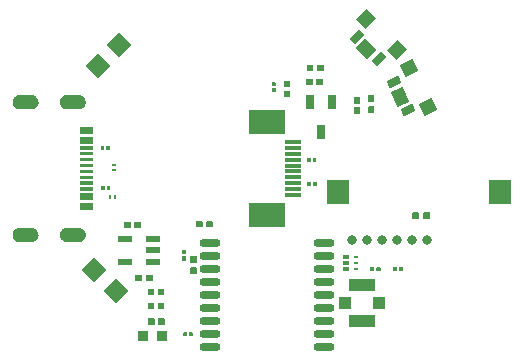
<source format=gbp>
G04 Layer: BottomPasteMaskLayer*
G04 Panelize: , Column: 1, Row: 1, Board Size: 43.14mm x 33.02mm, Panelized Board Size: 43.14mm x 33.02mm*
G04 EasyEDA v6.5.51, 2025-10-17 13:11:11*
G04 f2673ee1f0d542a68775028af259726c,9a4ed40c0dd746429eaf55b84663d2fb,10*
G04 Gerber Generator version 0.2*
G04 Scale: 100 percent, Rotated: No, Reflected: No *
G04 Dimensions in millimeters *
G04 leading zeros omitted , absolute positions ,4 integer and 5 decimal *
%FSLAX45Y45*%
%MOMM*%

%AMMACRO1*21,1,$1,$2,0,0,$3*%
%ADD10MACRO1,1.524X1.524X-44.9993*%
%ADD11MACRO1,1.524X1.524X-45.0007*%
%ADD12MACRO1,1.524X1.524X-134.9993*%
%ADD13MACRO1,1.524X1.524X-135.0007*%
%ADD14MACRO1,2X1.8X-90.0000*%
%ADD15MACRO1,0.7X1.25X0.0000*%
%ADD16MACRO1,0.27X0.25X0.0000*%
%ADD17MACRO1,0.27X0.25X90.0000*%
%ADD18C,0.0166*%
%ADD19MACRO1,0.8X0.8X90.0000*%
%ADD20MACRO1,0.49X1.157X-90.0000*%
%ADD21MACRO1,0.49X1.175X-90.0000*%
%ADD22MACRO1,0.3X1.3X90.0000*%
%ADD23MACRO1,2X3X90.0000*%
%ADD24O,1.772996X0.699999*%
%ADD25MACRO1,2.2X1.1X0.0000*%
%ADD26MACRO1,1.05X1X-90.0000*%
%ADD27R,0.4250X0.2800*%
%ADD28MACRO1,0.425X0.28X0.0000*%
%ADD29MACRO1,0.7X1.1X134.9985*%
%ADD30MACRO1,0.7X1.1X135.0015*%
%ADD31MACRO1,1.4X1.1X135.0000*%
%ADD32MACRO1,1.15X1.2X135.0009*%
%ADD33MACRO1,0.7X1.1X116.0007*%
%ADD34MACRO1,1.4X1.1X115.9997*%
%ADD35MACRO1,1.15X1.2X115.9997*%
%ADD36C,0.8000*%

%LPD*%
G36*
X-1099870Y583946D02*
G01*
X-1099870Y553974D01*
X-989888Y553974D01*
X-989888Y583946D01*
G37*
G36*
X-1099870Y633984D02*
G01*
X-1099870Y603758D01*
X-989888Y603758D01*
X-989888Y633984D01*
G37*
G36*
X-1099870Y683768D02*
G01*
X-1099870Y653796D01*
X-989888Y653796D01*
X-989888Y683768D01*
G37*
G36*
X-1099870Y733806D02*
G01*
X-1099870Y703834D01*
X-989888Y703834D01*
X-989888Y733806D01*
G37*
G36*
X-1099870Y783844D02*
G01*
X-1099870Y753872D01*
X-989888Y753872D01*
X-989888Y783844D01*
G37*
G36*
X-1099870Y833882D02*
G01*
X-1099870Y803910D01*
X-989888Y803910D01*
X-989888Y833882D01*
G37*
G36*
X-1099870Y883919D02*
G01*
X-1099870Y853948D01*
X-989888Y853948D01*
X-989888Y883919D01*
G37*
G36*
X-1099870Y933958D02*
G01*
X-1099870Y903986D01*
X-989888Y903986D01*
X-989888Y933958D01*
G37*
G36*
X-1100023Y454253D02*
G01*
X-1100023Y394004D01*
X-989736Y394004D01*
X-989736Y454253D01*
G37*
G36*
X-1100023Y534263D02*
G01*
X-1100023Y474014D01*
X-989736Y474014D01*
X-989736Y534263D01*
G37*
G36*
X-1100023Y1014171D02*
G01*
X-1100023Y953973D01*
X-989736Y953973D01*
X-989736Y1014171D01*
G37*
G36*
X-1100023Y1094079D02*
G01*
X-1100023Y1033830D01*
X-989736Y1033830D01*
X-989736Y1094079D01*
G37*
G36*
X-1610461Y1365859D02*
G01*
X-1617522Y1365453D01*
X-1621078Y1364945D01*
X-1627987Y1363268D01*
X-1631340Y1362151D01*
X-1637842Y1359255D01*
X-1643989Y1355648D01*
X-1649628Y1351330D01*
X-1654708Y1346403D01*
X-1659178Y1340866D01*
X-1662988Y1334871D01*
X-1666036Y1328420D01*
X-1667306Y1325118D01*
X-1669135Y1318260D01*
X-1669796Y1314754D01*
X-1670405Y1307642D01*
X-1670202Y1300530D01*
X-1669135Y1293520D01*
X-1667306Y1286662D01*
X-1664614Y1280058D01*
X-1661160Y1273860D01*
X-1657045Y1268069D01*
X-1652219Y1262837D01*
X-1646834Y1258214D01*
X-1640941Y1254201D01*
X-1634642Y1250950D01*
X-1627987Y1248511D01*
X-1621078Y1246835D01*
X-1614017Y1245971D01*
X-1506880Y1245971D01*
X-1499819Y1246835D01*
X-1492910Y1248511D01*
X-1486255Y1250950D01*
X-1479956Y1254201D01*
X-1474063Y1258214D01*
X-1468678Y1262837D01*
X-1463852Y1268069D01*
X-1459687Y1273860D01*
X-1456283Y1280058D01*
X-1453591Y1286662D01*
X-1451711Y1293520D01*
X-1450695Y1300530D01*
X-1450492Y1307642D01*
X-1451102Y1314754D01*
X-1451711Y1318260D01*
X-1453591Y1325118D01*
X-1456283Y1331671D01*
X-1459687Y1337919D01*
X-1463852Y1343710D01*
X-1468678Y1348943D01*
X-1474063Y1353566D01*
X-1476908Y1355648D01*
X-1483055Y1359255D01*
X-1489557Y1362151D01*
X-1496364Y1364183D01*
X-1499819Y1364945D01*
X-1506880Y1365758D01*
G37*
G36*
X-1210462Y1365859D02*
G01*
X-1217523Y1365453D01*
X-1221079Y1364945D01*
X-1227988Y1363268D01*
X-1231341Y1362151D01*
X-1237843Y1359255D01*
X-1243990Y1355648D01*
X-1249629Y1351330D01*
X-1254709Y1346403D01*
X-1259179Y1340866D01*
X-1262989Y1334871D01*
X-1266037Y1328420D01*
X-1267307Y1325118D01*
X-1269136Y1318260D01*
X-1269796Y1314754D01*
X-1270406Y1307642D01*
X-1270203Y1300530D01*
X-1269136Y1293520D01*
X-1267307Y1286662D01*
X-1264615Y1280058D01*
X-1261160Y1273860D01*
X-1257046Y1268069D01*
X-1252220Y1262837D01*
X-1246835Y1258214D01*
X-1240942Y1254201D01*
X-1234643Y1250950D01*
X-1227988Y1248511D01*
X-1221079Y1246835D01*
X-1214018Y1245971D01*
X-1106881Y1245971D01*
X-1099820Y1246835D01*
X-1092911Y1248511D01*
X-1086256Y1250950D01*
X-1079957Y1254201D01*
X-1074064Y1258214D01*
X-1068679Y1262837D01*
X-1063853Y1268069D01*
X-1059688Y1273860D01*
X-1056284Y1280058D01*
X-1053592Y1286662D01*
X-1051712Y1293520D01*
X-1050696Y1300530D01*
X-1050493Y1307642D01*
X-1051102Y1314754D01*
X-1051712Y1318260D01*
X-1053592Y1325118D01*
X-1056284Y1331671D01*
X-1059688Y1337919D01*
X-1063853Y1343710D01*
X-1068679Y1348943D01*
X-1074064Y1353566D01*
X-1076909Y1355648D01*
X-1083056Y1359255D01*
X-1089558Y1362151D01*
X-1096365Y1364183D01*
X-1099820Y1364945D01*
X-1106881Y1365758D01*
G37*
G36*
X-1610461Y241909D02*
G01*
X-1617522Y241503D01*
X-1624533Y240233D01*
X-1631340Y238150D01*
X-1637842Y235305D01*
X-1643989Y231648D01*
X-1649628Y227380D01*
X-1654708Y222402D01*
X-1659178Y216865D01*
X-1662988Y210870D01*
X-1666036Y204470D01*
X-1667306Y201117D01*
X-1669135Y194259D01*
X-1670202Y187248D01*
X-1670405Y180136D01*
X-1669796Y173024D01*
X-1668322Y166116D01*
X-1667306Y162712D01*
X-1664614Y156108D01*
X-1661160Y149860D01*
X-1657045Y144119D01*
X-1652219Y138836D01*
X-1646834Y134213D01*
X-1643989Y132130D01*
X-1637842Y128524D01*
X-1631340Y125679D01*
X-1627987Y124510D01*
X-1621078Y122834D01*
X-1614017Y122021D01*
X-1510436Y121920D01*
X-1503375Y122326D01*
X-1499819Y122834D01*
X-1492910Y124510D01*
X-1486255Y127000D01*
X-1479956Y130251D01*
X-1476908Y132130D01*
X-1471269Y136448D01*
X-1466189Y141427D01*
X-1461719Y146913D01*
X-1459687Y149860D01*
X-1456283Y156108D01*
X-1453591Y162712D01*
X-1451711Y169570D01*
X-1450695Y176580D01*
X-1450492Y183692D01*
X-1451102Y190754D01*
X-1451711Y194259D01*
X-1453591Y201117D01*
X-1456283Y207721D01*
X-1459687Y213918D01*
X-1463852Y219710D01*
X-1468678Y224942D01*
X-1471269Y227380D01*
X-1476908Y231648D01*
X-1483055Y235305D01*
X-1489557Y238150D01*
X-1496364Y240233D01*
X-1503375Y241503D01*
X-1510436Y241909D01*
G37*
G36*
X-1210462Y241909D02*
G01*
X-1217523Y241503D01*
X-1224534Y240233D01*
X-1231341Y238150D01*
X-1237843Y235305D01*
X-1243990Y231648D01*
X-1249629Y227380D01*
X-1254709Y222402D01*
X-1259179Y216865D01*
X-1262989Y210870D01*
X-1266037Y204470D01*
X-1267307Y201117D01*
X-1269136Y194259D01*
X-1270203Y187248D01*
X-1270406Y180136D01*
X-1269796Y173024D01*
X-1268323Y166116D01*
X-1267307Y162712D01*
X-1264615Y156108D01*
X-1261160Y149860D01*
X-1257046Y144119D01*
X-1252220Y138836D01*
X-1246835Y134213D01*
X-1243990Y132130D01*
X-1237843Y128524D01*
X-1231341Y125679D01*
X-1227988Y124510D01*
X-1221079Y122834D01*
X-1214018Y122021D01*
X-1110437Y121920D01*
X-1103376Y122326D01*
X-1099820Y122834D01*
X-1092911Y124510D01*
X-1086256Y127000D01*
X-1079957Y130251D01*
X-1076909Y132130D01*
X-1071270Y136448D01*
X-1066190Y141427D01*
X-1061720Y146913D01*
X-1059688Y149860D01*
X-1056284Y156108D01*
X-1053592Y162712D01*
X-1051712Y169570D01*
X-1050696Y176580D01*
X-1050493Y183692D01*
X-1051102Y190754D01*
X-1051712Y194259D01*
X-1053592Y201117D01*
X-1056284Y207721D01*
X-1059688Y213918D01*
X-1063853Y219710D01*
X-1068679Y224942D01*
X-1071270Y227380D01*
X-1076909Y231648D01*
X-1083056Y235305D01*
X-1089558Y238150D01*
X-1096365Y240233D01*
X-1103376Y241503D01*
X-1110437Y241909D01*
G37*
G36*
X-438810Y-274777D02*
G01*
X-442772Y-278790D01*
X-442772Y-324815D01*
X-438810Y-328777D01*
X-388721Y-328777D01*
X-384708Y-324815D01*
X-384708Y-278790D01*
X-388721Y-274777D01*
G37*
G36*
X-523849Y-274777D02*
G01*
X-527862Y-278790D01*
X-527862Y-324815D01*
X-523849Y-328777D01*
X-473811Y-328777D01*
X-469798Y-324815D01*
X-469798Y-278790D01*
X-473811Y-274777D01*
G37*
G36*
X-523544Y-392379D02*
G01*
X-527558Y-396392D01*
X-527558Y-442417D01*
X-523544Y-446379D01*
X-473506Y-446379D01*
X-469493Y-442417D01*
X-469493Y-396392D01*
X-473506Y-392379D01*
G37*
G36*
X-438505Y-392379D02*
G01*
X-442518Y-396392D01*
X-442518Y-442417D01*
X-438505Y-446379D01*
X-388416Y-446379D01*
X-384454Y-442417D01*
X-384454Y-396392D01*
X-388416Y-392379D01*
G37*
G36*
X875385Y629716D02*
G01*
X872998Y627278D01*
X872998Y599694D01*
X875385Y597306D01*
X901801Y597306D01*
X904189Y599694D01*
X904189Y627278D01*
X901801Y629716D01*
G37*
G36*
X827989Y629716D02*
G01*
X825601Y627278D01*
X825601Y599694D01*
X827989Y597306D01*
X854405Y597306D01*
X856792Y599694D01*
X856792Y627278D01*
X854405Y629716D01*
G37*
G36*
X528015Y1472996D02*
G01*
X525576Y1470609D01*
X525576Y1444193D01*
X528015Y1441805D01*
X555599Y1441805D01*
X557987Y1444193D01*
X557987Y1470609D01*
X555599Y1472996D01*
G37*
G36*
X528015Y1425600D02*
G01*
X525576Y1423212D01*
X525576Y1396796D01*
X528015Y1394409D01*
X555599Y1394409D01*
X557987Y1396796D01*
X557987Y1423212D01*
X555599Y1425600D01*
G37*
G36*
X872083Y834593D02*
G01*
X869696Y832205D01*
X869696Y804621D01*
X872083Y802182D01*
X898499Y802182D01*
X900887Y804621D01*
X900887Y832205D01*
X898499Y834593D01*
G37*
G36*
X824687Y834593D02*
G01*
X822299Y832205D01*
X822299Y804621D01*
X824687Y802182D01*
X851103Y802182D01*
X853490Y804621D01*
X853490Y832205D01*
X851103Y834593D01*
G37*
G36*
X-919226Y597712D02*
G01*
X-921613Y595274D01*
X-921613Y567690D01*
X-919226Y565302D01*
X-892810Y565302D01*
X-890422Y567690D01*
X-890422Y595274D01*
X-892810Y597712D01*
G37*
G36*
X-871829Y597712D02*
G01*
X-874217Y595274D01*
X-874217Y567690D01*
X-871829Y565302D01*
X-845413Y565302D01*
X-843026Y567690D01*
X-843026Y595274D01*
X-845413Y597712D01*
G37*
G36*
X-875385Y932484D02*
G01*
X-877773Y930097D01*
X-877773Y902462D01*
X-875385Y900074D01*
X-848969Y900074D01*
X-846582Y902462D01*
X-846582Y930097D01*
X-848969Y932484D01*
G37*
G36*
X-922782Y932484D02*
G01*
X-925169Y930097D01*
X-925169Y902462D01*
X-922782Y900074D01*
X-896366Y900074D01*
X-893978Y902462D01*
X-893978Y930097D01*
X-896366Y932484D01*
G37*
G36*
X1410817Y-92252D02*
G01*
X1408379Y-94640D01*
X1408379Y-122275D01*
X1410817Y-124663D01*
X1443736Y-124663D01*
X1446123Y-122275D01*
X1446123Y-94640D01*
X1443736Y-92252D01*
G37*
G36*
X1356868Y-92252D02*
G01*
X1354480Y-94640D01*
X1354480Y-122275D01*
X1356868Y-124663D01*
X1389786Y-124663D01*
X1392224Y-122275D01*
X1392224Y-94640D01*
X1389786Y-92252D01*
G37*
G36*
X822960Y1623009D02*
G01*
X818946Y1618996D01*
X818946Y1573022D01*
X822960Y1569008D01*
X873048Y1569008D01*
X877011Y1573022D01*
X877011Y1618996D01*
X873048Y1623009D01*
G37*
G36*
X908050Y1623009D02*
G01*
X904036Y1618996D01*
X904036Y1573022D01*
X908050Y1569008D01*
X958087Y1569008D01*
X962101Y1573022D01*
X962101Y1618996D01*
X958087Y1623009D01*
G37*
G36*
X1716786Y375208D02*
G01*
X1711807Y370179D01*
X1711807Y325170D01*
X1716786Y320192D01*
X1764792Y320192D01*
X1771802Y325170D01*
X1771802Y370179D01*
X1764792Y375208D01*
G37*
G36*
X1814779Y375208D02*
G01*
X1807768Y370179D01*
X1807768Y325170D01*
X1814779Y320192D01*
X1862785Y320192D01*
X1867814Y325170D01*
X1867814Y370179D01*
X1862785Y375208D01*
G37*
G36*
X-160782Y-89408D02*
G01*
X-165811Y-96418D01*
X-165811Y-144424D01*
X-160782Y-149402D01*
X-115824Y-149402D01*
X-110794Y-144424D01*
X-110794Y-96418D01*
X-115824Y-89408D01*
G37*
G36*
X-160782Y6604D02*
G01*
X-165811Y1574D01*
X-165811Y-46380D01*
X-160782Y-53390D01*
X-115824Y-53390D01*
X-110794Y-46380D01*
X-110794Y1574D01*
X-115824Y6604D01*
G37*
G36*
X1603349Y-94284D02*
G01*
X1600911Y-96672D01*
X1600911Y-124307D01*
X1603349Y-126695D01*
X1636268Y-126695D01*
X1638655Y-124307D01*
X1638655Y-96672D01*
X1636268Y-94284D01*
G37*
G36*
X1549400Y-94284D02*
G01*
X1547012Y-96672D01*
X1547012Y-124307D01*
X1549400Y-126695D01*
X1582318Y-126695D01*
X1584756Y-124307D01*
X1584756Y-96672D01*
X1582318Y-94284D01*
G37*
G36*
X-630682Y-154584D02*
G01*
X-635711Y-159613D01*
X-635711Y-204622D01*
X-630682Y-209600D01*
X-582676Y-209600D01*
X-575716Y-204622D01*
X-575716Y-159613D01*
X-582676Y-154584D01*
G37*
G36*
X-532688Y-154584D02*
G01*
X-539699Y-159613D01*
X-539699Y-204622D01*
X-532688Y-209600D01*
X-484682Y-209600D01*
X-479704Y-204622D01*
X-479704Y-159613D01*
X-484682Y-154584D01*
G37*
G36*
X-174142Y-642416D02*
G01*
X-176580Y-644804D01*
X-176580Y-672439D01*
X-174142Y-674827D01*
X-147726Y-674827D01*
X-145338Y-672439D01*
X-145338Y-644804D01*
X-147726Y-642416D01*
G37*
G36*
X-221589Y-642416D02*
G01*
X-223977Y-644804D01*
X-223977Y-672439D01*
X-221589Y-674827D01*
X-195173Y-674827D01*
X-192735Y-672439D01*
X-192735Y-644804D01*
X-195173Y-642416D01*
G37*
G36*
X-233425Y914D02*
G01*
X-235813Y-1524D01*
X-235813Y-34442D01*
X-233425Y-36830D01*
X-205790Y-36830D01*
X-203403Y-34442D01*
X-203403Y-1524D01*
X-205790Y914D01*
G37*
G36*
X-233425Y54864D02*
G01*
X-235813Y52425D01*
X-235813Y19507D01*
X-233425Y17119D01*
X-205790Y17119D01*
X-203403Y19507D01*
X-203403Y52425D01*
X-205790Y54864D01*
G37*
G36*
X-28194Y298754D02*
G01*
X-32207Y294792D01*
X-32207Y248767D01*
X-28194Y244805D01*
X21844Y244805D01*
X25857Y248767D01*
X25857Y294792D01*
X21844Y298754D01*
G37*
G36*
X-113283Y298754D02*
G01*
X-117297Y294792D01*
X-117297Y248767D01*
X-113283Y244805D01*
X-63195Y244805D01*
X-59232Y248767D01*
X-59232Y294792D01*
X-63195Y298754D01*
G37*
G36*
X629818Y1488135D02*
G01*
X625805Y1484172D01*
X625805Y1434084D01*
X629818Y1430070D01*
X675792Y1430070D01*
X679805Y1434084D01*
X679805Y1484172D01*
X675792Y1488135D01*
G37*
G36*
X629818Y1403096D02*
G01*
X625805Y1399082D01*
X625805Y1349044D01*
X629818Y1345031D01*
X675792Y1345031D01*
X679805Y1349044D01*
X679805Y1399082D01*
X675792Y1403096D01*
G37*
G36*
X905256Y1502359D02*
G01*
X901242Y1498346D01*
X901242Y1452372D01*
X905256Y1448358D01*
X955294Y1448358D01*
X959307Y1452372D01*
X959307Y1498346D01*
X955294Y1502359D01*
G37*
G36*
X820166Y1502359D02*
G01*
X816152Y1498346D01*
X816152Y1452372D01*
X820166Y1448358D01*
X870254Y1448358D01*
X874217Y1452372D01*
X874217Y1498346D01*
X870254Y1502359D01*
G37*
G36*
X1343101Y1271270D02*
G01*
X1338072Y1264259D01*
X1338072Y1216253D01*
X1343101Y1211275D01*
X1388110Y1211275D01*
X1393088Y1216253D01*
X1393088Y1264259D01*
X1388110Y1271270D01*
G37*
G36*
X1343101Y1367282D02*
G01*
X1338072Y1362252D01*
X1338072Y1314246D01*
X1343101Y1307236D01*
X1388110Y1307236D01*
X1393088Y1314246D01*
X1393088Y1362252D01*
X1388110Y1367282D01*
G37*
G36*
X1223213Y1264310D02*
G01*
X1219200Y1260348D01*
X1219200Y1210259D01*
X1223213Y1206246D01*
X1269187Y1206246D01*
X1273200Y1210259D01*
X1273200Y1260348D01*
X1269187Y1264310D01*
G37*
G36*
X1223213Y1349400D02*
G01*
X1219200Y1345387D01*
X1219200Y1295349D01*
X1223213Y1291336D01*
X1269187Y1291336D01*
X1273200Y1295349D01*
X1273200Y1345387D01*
X1269187Y1349400D01*
G37*
G36*
X-635457Y291490D02*
G01*
X-639470Y287528D01*
X-639470Y241503D01*
X-635457Y237490D01*
X-585368Y237490D01*
X-581406Y241503D01*
X-581406Y287528D01*
X-585368Y291490D01*
G37*
G36*
X-720496Y291490D02*
G01*
X-724509Y287528D01*
X-724509Y241503D01*
X-720496Y237490D01*
X-670458Y237490D01*
X-666445Y241503D01*
X-666445Y287528D01*
X-670458Y291490D01*
G37*
G36*
X-437286Y-524713D02*
G01*
X-441299Y-528675D01*
X-441299Y-574700D01*
X-437286Y-578713D01*
X-387248Y-578713D01*
X-383235Y-574700D01*
X-383235Y-528675D01*
X-387248Y-524713D01*
G37*
G36*
X-522376Y-524713D02*
G01*
X-526338Y-528675D01*
X-526338Y-574700D01*
X-522376Y-578713D01*
X-472287Y-578713D01*
X-468274Y-574700D01*
X-468274Y-528675D01*
X-472287Y-524713D01*
G37*
D10*
G01*
X-978101Y-113296D03*
D11*
G01*
X-798495Y-292900D03*
D12*
G01*
X-767623Y1789918D03*
D13*
G01*
X-947226Y1610313D03*
D14*
G01*
X1082898Y545000D03*
G01*
X2452895Y545000D03*
D15*
G01*
X939297Y1052830D03*
G01*
X1034293Y1302765D03*
G01*
X844301Y1302765D03*
D16*
G01*
X-812467Y728692D03*
G01*
X-812467Y771110D03*
D17*
G01*
X-800402Y506569D03*
G01*
X-842820Y506569D03*
D19*
G01*
X-403042Y-671446D03*
G01*
X-562942Y-670745D03*
D20*
G01*
X-483732Y146296D03*
G01*
X-483732Y51300D03*
G01*
X-483732Y-43695D03*
D21*
G01*
X-714466Y-43695D03*
G01*
X-714466Y146296D03*
D22*
G01*
X706615Y518853D03*
G01*
X706615Y568853D03*
G01*
X706615Y618853D03*
G01*
X706615Y668853D03*
G01*
X706615Y718853D03*
G01*
X706615Y768852D03*
G01*
X706615Y818852D03*
G01*
X706615Y868852D03*
G01*
X706615Y918852D03*
G01*
X706615Y968852D03*
D23*
G01*
X487265Y1133853D03*
G01*
X487268Y353852D03*
D24*
G01*
X2Y-770008D03*
G01*
X2Y-660001D03*
G01*
X2Y-549993D03*
G01*
X2Y-440011D03*
G01*
X2Y-330004D03*
G01*
X2Y-219997D03*
G01*
X2Y-110015D03*
G01*
X2Y-7D03*
G01*
X2Y109999D03*
G01*
X962306Y109999D03*
G01*
X962306Y-7D03*
G01*
X962306Y-110015D03*
G01*
X962306Y-219997D03*
G01*
X962306Y-330004D03*
G01*
X962306Y-440011D03*
G01*
X962306Y-549993D03*
G01*
X962306Y-660001D03*
G01*
X962306Y-770008D03*
D25*
G01*
X1290645Y-243998D03*
D26*
G01*
X1148158Y-394000D03*
D25*
G01*
X1290647Y-544000D03*
D26*
G01*
X1433151Y-394000D03*
D27*
G01*
X1237084Y-5824D03*
G01*
X1237084Y-55811D03*
G01*
X1237084Y-105824D03*
D28*
G01*
X1149579Y-105816D03*
G01*
X1149579Y-55816D03*
G01*
X1149579Y-5816D03*
D29*
G01*
X1429109Y1671365D03*
D30*
G01*
X1241725Y1858749D03*
D31*
G01*
X1324811Y1754450D03*
D32*
G01*
X1582905Y1750917D03*
G01*
X1321276Y2012544D03*
D33*
G01*
X1678846Y1237367D03*
G01*
X1562677Y1475549D03*
D34*
G01*
X1607278Y1349882D03*
D35*
G01*
X1850161Y1262514D03*
G01*
X1687964Y1595066D03*
D36*
G01*
X1460756Y137838D03*
G01*
X1587756Y137838D03*
G01*
X1714756Y137838D03*
G01*
X1841756Y137838D03*
G01*
X1333756Y137838D03*
G01*
X1206756Y137838D03*
M02*

</source>
